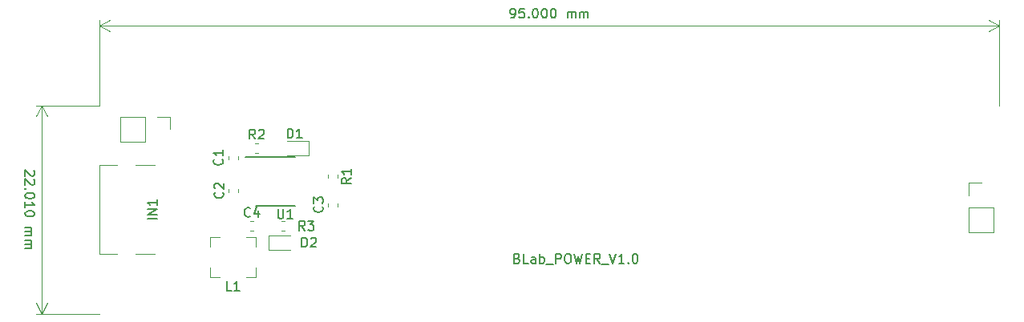
<source format=gbr>
G04 #@! TF.GenerationSoftware,KiCad,Pcbnew,(5.1.6)-1*
G04 #@! TF.CreationDate,2020-11-21T14:03:53+08:00*
G04 #@! TF.ProjectId,singlepowerbank2,73696e67-6c65-4706-9f77-657262616e6b,rev?*
G04 #@! TF.SameCoordinates,Original*
G04 #@! TF.FileFunction,Legend,Top*
G04 #@! TF.FilePolarity,Positive*
%FSLAX46Y46*%
G04 Gerber Fmt 4.6, Leading zero omitted, Abs format (unit mm)*
G04 Created by KiCad (PCBNEW (5.1.6)-1) date 2020-11-21 14:03:53*
%MOMM*%
%LPD*%
G01*
G04 APERTURE LIST*
%ADD10C,0.150000*%
%ADD11C,0.120000*%
G04 APERTURE END LIST*
D10*
X104526533Y-154157371D02*
X104669390Y-154204990D01*
X104717009Y-154252609D01*
X104764628Y-154347847D01*
X104764628Y-154490704D01*
X104717009Y-154585942D01*
X104669390Y-154633561D01*
X104574152Y-154681180D01*
X104193200Y-154681180D01*
X104193200Y-153681180D01*
X104526533Y-153681180D01*
X104621771Y-153728800D01*
X104669390Y-153776419D01*
X104717009Y-153871657D01*
X104717009Y-153966895D01*
X104669390Y-154062133D01*
X104621771Y-154109752D01*
X104526533Y-154157371D01*
X104193200Y-154157371D01*
X105669390Y-154681180D02*
X105193200Y-154681180D01*
X105193200Y-153681180D01*
X106431295Y-154681180D02*
X106431295Y-154157371D01*
X106383676Y-154062133D01*
X106288438Y-154014514D01*
X106097961Y-154014514D01*
X106002723Y-154062133D01*
X106431295Y-154633561D02*
X106336057Y-154681180D01*
X106097961Y-154681180D01*
X106002723Y-154633561D01*
X105955104Y-154538323D01*
X105955104Y-154443085D01*
X106002723Y-154347847D01*
X106097961Y-154300228D01*
X106336057Y-154300228D01*
X106431295Y-154252609D01*
X106907485Y-154681180D02*
X106907485Y-153681180D01*
X106907485Y-154062133D02*
X107002723Y-154014514D01*
X107193200Y-154014514D01*
X107288438Y-154062133D01*
X107336057Y-154109752D01*
X107383676Y-154204990D01*
X107383676Y-154490704D01*
X107336057Y-154585942D01*
X107288438Y-154633561D01*
X107193200Y-154681180D01*
X107002723Y-154681180D01*
X106907485Y-154633561D01*
X107574152Y-154776419D02*
X108336057Y-154776419D01*
X108574152Y-154681180D02*
X108574152Y-153681180D01*
X108955104Y-153681180D01*
X109050342Y-153728800D01*
X109097961Y-153776419D01*
X109145580Y-153871657D01*
X109145580Y-154014514D01*
X109097961Y-154109752D01*
X109050342Y-154157371D01*
X108955104Y-154204990D01*
X108574152Y-154204990D01*
X109764628Y-153681180D02*
X109955104Y-153681180D01*
X110050342Y-153728800D01*
X110145580Y-153824038D01*
X110193200Y-154014514D01*
X110193200Y-154347847D01*
X110145580Y-154538323D01*
X110050342Y-154633561D01*
X109955104Y-154681180D01*
X109764628Y-154681180D01*
X109669390Y-154633561D01*
X109574152Y-154538323D01*
X109526533Y-154347847D01*
X109526533Y-154014514D01*
X109574152Y-153824038D01*
X109669390Y-153728800D01*
X109764628Y-153681180D01*
X110526533Y-153681180D02*
X110764628Y-154681180D01*
X110955104Y-153966895D01*
X111145580Y-154681180D01*
X111383676Y-153681180D01*
X111764628Y-154157371D02*
X112097961Y-154157371D01*
X112240819Y-154681180D02*
X111764628Y-154681180D01*
X111764628Y-153681180D01*
X112240819Y-153681180D01*
X113240819Y-154681180D02*
X112907485Y-154204990D01*
X112669390Y-154681180D02*
X112669390Y-153681180D01*
X113050342Y-153681180D01*
X113145580Y-153728800D01*
X113193200Y-153776419D01*
X113240819Y-153871657D01*
X113240819Y-154014514D01*
X113193200Y-154109752D01*
X113145580Y-154157371D01*
X113050342Y-154204990D01*
X112669390Y-154204990D01*
X113431295Y-154776419D02*
X114193200Y-154776419D01*
X114288438Y-153681180D02*
X114621771Y-154681180D01*
X114955104Y-153681180D01*
X115812247Y-154681180D02*
X115240819Y-154681180D01*
X115526533Y-154681180D02*
X115526533Y-153681180D01*
X115431295Y-153824038D01*
X115336057Y-153919276D01*
X115240819Y-153966895D01*
X116240819Y-154585942D02*
X116288438Y-154633561D01*
X116240819Y-154681180D01*
X116193200Y-154633561D01*
X116240819Y-154585942D01*
X116240819Y-154681180D01*
X116907485Y-153681180D02*
X117002723Y-153681180D01*
X117097961Y-153728800D01*
X117145580Y-153776419D01*
X117193200Y-153871657D01*
X117240819Y-154062133D01*
X117240819Y-154300228D01*
X117193200Y-154490704D01*
X117145580Y-154585942D01*
X117097961Y-154633561D01*
X117002723Y-154681180D01*
X116907485Y-154681180D01*
X116812247Y-154633561D01*
X116764628Y-154585942D01*
X116717009Y-154490704D01*
X116669390Y-154300228D01*
X116669390Y-154062133D01*
X116717009Y-153871657D01*
X116764628Y-153776419D01*
X116812247Y-153728800D01*
X116907485Y-153681180D01*
X53454950Y-144865299D02*
X53502591Y-144912897D01*
X53550253Y-145008113D01*
X53550361Y-145246208D01*
X53502786Y-145341468D01*
X53455188Y-145389109D01*
X53359972Y-145436771D01*
X53264734Y-145436814D01*
X53121855Y-145389260D01*
X52550167Y-144818091D01*
X52550448Y-145437139D01*
X53455383Y-145817680D02*
X53503024Y-145865278D01*
X53550686Y-145960494D01*
X53550794Y-146198589D01*
X53503218Y-146293849D01*
X53455621Y-146341490D01*
X53360404Y-146389152D01*
X53265166Y-146389195D01*
X53122288Y-146341641D01*
X52550599Y-145770472D01*
X52550881Y-146389520D01*
X52646313Y-146818048D02*
X52598716Y-146865688D01*
X52551075Y-146818091D01*
X52598673Y-146770450D01*
X52646313Y-146818048D01*
X52551075Y-146818091D01*
X53551378Y-147484303D02*
X53551421Y-147579541D01*
X53503846Y-147674801D01*
X53456248Y-147722442D01*
X53361032Y-147770104D01*
X53170577Y-147817810D01*
X52932482Y-147817918D01*
X52741984Y-147770385D01*
X52646725Y-147722810D01*
X52599084Y-147675212D01*
X52551422Y-147579996D01*
X52551378Y-147484758D01*
X52598954Y-147389498D01*
X52646551Y-147341857D01*
X52741768Y-147294195D01*
X52932222Y-147246489D01*
X53170318Y-147246381D01*
X53360815Y-147293914D01*
X53456075Y-147341489D01*
X53503716Y-147389087D01*
X53551378Y-147484303D01*
X52551962Y-148770472D02*
X52551703Y-148199043D01*
X52551833Y-148484758D02*
X53551833Y-148484303D01*
X53408932Y-148389130D01*
X53313651Y-148293935D01*
X53265988Y-148198719D01*
X53552244Y-149389065D02*
X53552287Y-149484303D01*
X53504711Y-149579563D01*
X53457114Y-149627204D01*
X53361897Y-149674866D01*
X53171443Y-149722571D01*
X52933347Y-149722680D01*
X52742850Y-149675147D01*
X52647590Y-149627571D01*
X52599949Y-149579974D01*
X52552287Y-149484757D01*
X52552244Y-149389519D01*
X52599819Y-149294260D01*
X52647417Y-149246619D01*
X52742633Y-149198957D01*
X52933088Y-149151251D01*
X53171183Y-149151143D01*
X53361681Y-149198675D01*
X53456941Y-149246251D01*
X53504581Y-149293849D01*
X53552244Y-149389065D01*
X52552936Y-150913329D02*
X53219603Y-150913026D01*
X53124365Y-150913069D02*
X53172005Y-150960667D01*
X53219668Y-151055883D01*
X53219732Y-151198740D01*
X53172157Y-151294000D01*
X53076940Y-151341662D01*
X52553131Y-151341900D01*
X53076940Y-151341662D02*
X53172200Y-151389238D01*
X53219862Y-151484454D01*
X53219927Y-151627311D01*
X53172351Y-151722571D01*
X53077135Y-151770234D01*
X52553325Y-151770472D01*
X52553542Y-152246662D02*
X53220208Y-152246359D01*
X53124970Y-152246402D02*
X53172611Y-152294000D01*
X53220273Y-152389216D01*
X53220338Y-152532073D01*
X53172762Y-152627333D01*
X53077546Y-152674995D01*
X52553737Y-152675233D01*
X53077546Y-152674995D02*
X53172806Y-152722571D01*
X53220468Y-152817788D01*
X53220533Y-152960645D01*
X53172957Y-153055904D01*
X53077741Y-153103567D01*
X52553931Y-153103805D01*
D11*
X54269452Y-138002785D02*
X54279452Y-160012785D01*
X60400000Y-138000000D02*
X53683031Y-138003052D01*
X60410000Y-160010000D02*
X53693031Y-160013052D01*
X54279452Y-160012785D02*
X53692520Y-158886548D01*
X54279452Y-160012785D02*
X54865361Y-158886015D01*
X54269452Y-138002785D02*
X53683543Y-139129555D01*
X54269452Y-138002785D02*
X54856384Y-139129022D01*
D10*
X103852380Y-128752380D02*
X104042857Y-128752380D01*
X104138095Y-128704761D01*
X104185714Y-128657142D01*
X104280952Y-128514285D01*
X104328571Y-128323809D01*
X104328571Y-127942857D01*
X104280952Y-127847619D01*
X104233333Y-127800000D01*
X104138095Y-127752380D01*
X103947619Y-127752380D01*
X103852380Y-127800000D01*
X103804761Y-127847619D01*
X103757142Y-127942857D01*
X103757142Y-128180952D01*
X103804761Y-128276190D01*
X103852380Y-128323809D01*
X103947619Y-128371428D01*
X104138095Y-128371428D01*
X104233333Y-128323809D01*
X104280952Y-128276190D01*
X104328571Y-128180952D01*
X105233333Y-127752380D02*
X104757142Y-127752380D01*
X104709523Y-128228571D01*
X104757142Y-128180952D01*
X104852380Y-128133333D01*
X105090476Y-128133333D01*
X105185714Y-128180952D01*
X105233333Y-128228571D01*
X105280952Y-128323809D01*
X105280952Y-128561904D01*
X105233333Y-128657142D01*
X105185714Y-128704761D01*
X105090476Y-128752380D01*
X104852380Y-128752380D01*
X104757142Y-128704761D01*
X104709523Y-128657142D01*
X105709523Y-128657142D02*
X105757142Y-128704761D01*
X105709523Y-128752380D01*
X105661904Y-128704761D01*
X105709523Y-128657142D01*
X105709523Y-128752380D01*
X106376190Y-127752380D02*
X106471428Y-127752380D01*
X106566666Y-127800000D01*
X106614285Y-127847619D01*
X106661904Y-127942857D01*
X106709523Y-128133333D01*
X106709523Y-128371428D01*
X106661904Y-128561904D01*
X106614285Y-128657142D01*
X106566666Y-128704761D01*
X106471428Y-128752380D01*
X106376190Y-128752380D01*
X106280952Y-128704761D01*
X106233333Y-128657142D01*
X106185714Y-128561904D01*
X106138095Y-128371428D01*
X106138095Y-128133333D01*
X106185714Y-127942857D01*
X106233333Y-127847619D01*
X106280952Y-127800000D01*
X106376190Y-127752380D01*
X107328571Y-127752380D02*
X107423809Y-127752380D01*
X107519047Y-127800000D01*
X107566666Y-127847619D01*
X107614285Y-127942857D01*
X107661904Y-128133333D01*
X107661904Y-128371428D01*
X107614285Y-128561904D01*
X107566666Y-128657142D01*
X107519047Y-128704761D01*
X107423809Y-128752380D01*
X107328571Y-128752380D01*
X107233333Y-128704761D01*
X107185714Y-128657142D01*
X107138095Y-128561904D01*
X107090476Y-128371428D01*
X107090476Y-128133333D01*
X107138095Y-127942857D01*
X107185714Y-127847619D01*
X107233333Y-127800000D01*
X107328571Y-127752380D01*
X108280952Y-127752380D02*
X108376190Y-127752380D01*
X108471428Y-127800000D01*
X108519047Y-127847619D01*
X108566666Y-127942857D01*
X108614285Y-128133333D01*
X108614285Y-128371428D01*
X108566666Y-128561904D01*
X108519047Y-128657142D01*
X108471428Y-128704761D01*
X108376190Y-128752380D01*
X108280952Y-128752380D01*
X108185714Y-128704761D01*
X108138095Y-128657142D01*
X108090476Y-128561904D01*
X108042857Y-128371428D01*
X108042857Y-128133333D01*
X108090476Y-127942857D01*
X108138095Y-127847619D01*
X108185714Y-127800000D01*
X108280952Y-127752380D01*
X109804761Y-128752380D02*
X109804761Y-128085714D01*
X109804761Y-128180952D02*
X109852380Y-128133333D01*
X109947619Y-128085714D01*
X110090476Y-128085714D01*
X110185714Y-128133333D01*
X110233333Y-128228571D01*
X110233333Y-128752380D01*
X110233333Y-128228571D02*
X110280952Y-128133333D01*
X110376190Y-128085714D01*
X110519047Y-128085714D01*
X110614285Y-128133333D01*
X110661904Y-128228571D01*
X110661904Y-128752380D01*
X111138095Y-128752380D02*
X111138095Y-128085714D01*
X111138095Y-128180952D02*
X111185714Y-128133333D01*
X111280952Y-128085714D01*
X111423809Y-128085714D01*
X111519047Y-128133333D01*
X111566666Y-128228571D01*
X111566666Y-128752380D01*
X111566666Y-128228571D02*
X111614285Y-128133333D01*
X111709523Y-128085714D01*
X111852380Y-128085714D01*
X111947619Y-128133333D01*
X111995238Y-128228571D01*
X111995238Y-128752380D01*
D11*
X60400000Y-129570000D02*
X155400000Y-129570000D01*
X60400000Y-138000000D02*
X60400000Y-128983579D01*
X155400000Y-138000000D02*
X155400000Y-128983579D01*
X155400000Y-129570000D02*
X154273496Y-130156421D01*
X155400000Y-129570000D02*
X154273496Y-128983579D01*
X60400000Y-129570000D02*
X61526504Y-130156421D01*
X60400000Y-129570000D02*
X61526504Y-128983579D01*
X72115000Y-156110000D02*
X73140000Y-156110000D01*
X76885000Y-156110000D02*
X75860000Y-156110000D01*
X72115000Y-156110000D02*
X72115000Y-155085000D01*
X76885000Y-156110000D02*
X76885000Y-155085000D01*
X76885000Y-151890000D02*
X76885000Y-152915000D01*
X76885000Y-151890000D02*
X75860000Y-151890000D01*
X72115000Y-151890000D02*
X73140000Y-151890000D01*
X72115000Y-151890000D02*
X72115000Y-152915000D01*
X78265000Y-153235000D02*
X80550000Y-153235000D01*
X78265000Y-151765000D02*
X78265000Y-153235000D01*
X80550000Y-151765000D02*
X78265000Y-151765000D01*
X79624721Y-151260000D02*
X79950279Y-151260000D01*
X79624721Y-150240000D02*
X79950279Y-150240000D01*
X76337221Y-151260000D02*
X76662779Y-151260000D01*
X76337221Y-150240000D02*
X76662779Y-150240000D01*
X152170000Y-151370000D02*
X154830000Y-151370000D01*
X152170000Y-148770000D02*
X152170000Y-151370000D01*
X154830000Y-148770000D02*
X154830000Y-151370000D01*
X152170000Y-148770000D02*
X154830000Y-148770000D01*
X152170000Y-147500000D02*
X152170000Y-146170000D01*
X152170000Y-146170000D02*
X153500000Y-146170000D01*
X67830000Y-139170000D02*
X67830000Y-140500000D01*
X66500000Y-139170000D02*
X67830000Y-139170000D01*
X65230000Y-139170000D02*
X65230000Y-141830000D01*
X65230000Y-141830000D02*
X62630000Y-141830000D01*
X65230000Y-139170000D02*
X62630000Y-139170000D01*
X62630000Y-139170000D02*
X62630000Y-141830000D01*
X84490000Y-148662779D02*
X84490000Y-148337221D01*
X85510000Y-148662779D02*
X85510000Y-148337221D01*
D10*
X76925000Y-148575000D02*
X81075000Y-148575000D01*
X75825000Y-143425000D02*
X81075000Y-143425000D01*
D11*
X76837221Y-143010000D02*
X77162779Y-143010000D01*
X76837221Y-141990000D02*
X77162779Y-141990000D01*
X85510000Y-145662779D02*
X85510000Y-145337221D01*
X84490000Y-145662779D02*
X84490000Y-145337221D01*
X82485000Y-141765000D02*
X80200000Y-141765000D01*
X82485000Y-143235000D02*
X82485000Y-141765000D01*
X80200000Y-143235000D02*
X82485000Y-143235000D01*
X75010000Y-147162779D02*
X75010000Y-146837221D01*
X73990000Y-147162779D02*
X73990000Y-146837221D01*
X73990000Y-143337221D02*
X73990000Y-143662779D01*
X75010000Y-143337221D02*
X75010000Y-143662779D01*
X60400000Y-144300000D02*
X60400000Y-153700000D01*
X66200000Y-153700000D02*
X64200000Y-153700000D01*
X62300000Y-153700000D02*
X60400000Y-153700000D01*
X66200000Y-144300000D02*
X64200000Y-144300000D01*
X62300000Y-144300000D02*
X60400000Y-144300000D01*
D10*
X74333333Y-157552380D02*
X73857142Y-157552380D01*
X73857142Y-156552380D01*
X75190476Y-157552380D02*
X74619047Y-157552380D01*
X74904761Y-157552380D02*
X74904761Y-156552380D01*
X74809523Y-156695238D01*
X74714285Y-156790476D01*
X74619047Y-156838095D01*
X81761904Y-152952380D02*
X81761904Y-151952380D01*
X82000000Y-151952380D01*
X82142857Y-152000000D01*
X82238095Y-152095238D01*
X82285714Y-152190476D01*
X82333333Y-152380952D01*
X82333333Y-152523809D01*
X82285714Y-152714285D01*
X82238095Y-152809523D01*
X82142857Y-152904761D01*
X82000000Y-152952380D01*
X81761904Y-152952380D01*
X82714285Y-152047619D02*
X82761904Y-152000000D01*
X82857142Y-151952380D01*
X83095238Y-151952380D01*
X83190476Y-152000000D01*
X83238095Y-152047619D01*
X83285714Y-152142857D01*
X83285714Y-152238095D01*
X83238095Y-152380952D01*
X82666666Y-152952380D01*
X83285714Y-152952380D01*
X82083333Y-151202380D02*
X81750000Y-150726190D01*
X81511904Y-151202380D02*
X81511904Y-150202380D01*
X81892857Y-150202380D01*
X81988095Y-150250000D01*
X82035714Y-150297619D01*
X82083333Y-150392857D01*
X82083333Y-150535714D01*
X82035714Y-150630952D01*
X81988095Y-150678571D01*
X81892857Y-150726190D01*
X81511904Y-150726190D01*
X82416666Y-150202380D02*
X83035714Y-150202380D01*
X82702380Y-150583333D01*
X82845238Y-150583333D01*
X82940476Y-150630952D01*
X82988095Y-150678571D01*
X83035714Y-150773809D01*
X83035714Y-151011904D01*
X82988095Y-151107142D01*
X82940476Y-151154761D01*
X82845238Y-151202380D01*
X82559523Y-151202380D01*
X82464285Y-151154761D01*
X82416666Y-151107142D01*
X76333333Y-149677142D02*
X76285714Y-149724761D01*
X76142857Y-149772380D01*
X76047619Y-149772380D01*
X75904761Y-149724761D01*
X75809523Y-149629523D01*
X75761904Y-149534285D01*
X75714285Y-149343809D01*
X75714285Y-149200952D01*
X75761904Y-149010476D01*
X75809523Y-148915238D01*
X75904761Y-148820000D01*
X76047619Y-148772380D01*
X76142857Y-148772380D01*
X76285714Y-148820000D01*
X76333333Y-148867619D01*
X77190476Y-149105714D02*
X77190476Y-149772380D01*
X76952380Y-148724761D02*
X76714285Y-149439047D01*
X77333333Y-149439047D01*
X83927142Y-148666666D02*
X83974761Y-148714285D01*
X84022380Y-148857142D01*
X84022380Y-148952380D01*
X83974761Y-149095238D01*
X83879523Y-149190476D01*
X83784285Y-149238095D01*
X83593809Y-149285714D01*
X83450952Y-149285714D01*
X83260476Y-149238095D01*
X83165238Y-149190476D01*
X83070000Y-149095238D01*
X83022380Y-148952380D01*
X83022380Y-148857142D01*
X83070000Y-148714285D01*
X83117619Y-148666666D01*
X83022380Y-148333333D02*
X83022380Y-147714285D01*
X83403333Y-148047619D01*
X83403333Y-147904761D01*
X83450952Y-147809523D01*
X83498571Y-147761904D01*
X83593809Y-147714285D01*
X83831904Y-147714285D01*
X83927142Y-147761904D01*
X83974761Y-147809523D01*
X84022380Y-147904761D01*
X84022380Y-148190476D01*
X83974761Y-148285714D01*
X83927142Y-148333333D01*
X79238095Y-148952380D02*
X79238095Y-149761904D01*
X79285714Y-149857142D01*
X79333333Y-149904761D01*
X79428571Y-149952380D01*
X79619047Y-149952380D01*
X79714285Y-149904761D01*
X79761904Y-149857142D01*
X79809523Y-149761904D01*
X79809523Y-148952380D01*
X80809523Y-149952380D02*
X80238095Y-149952380D01*
X80523809Y-149952380D02*
X80523809Y-148952380D01*
X80428571Y-149095238D01*
X80333333Y-149190476D01*
X80238095Y-149238095D01*
X76833333Y-141522380D02*
X76500000Y-141046190D01*
X76261904Y-141522380D02*
X76261904Y-140522380D01*
X76642857Y-140522380D01*
X76738095Y-140570000D01*
X76785714Y-140617619D01*
X76833333Y-140712857D01*
X76833333Y-140855714D01*
X76785714Y-140950952D01*
X76738095Y-140998571D01*
X76642857Y-141046190D01*
X76261904Y-141046190D01*
X77214285Y-140617619D02*
X77261904Y-140570000D01*
X77357142Y-140522380D01*
X77595238Y-140522380D01*
X77690476Y-140570000D01*
X77738095Y-140617619D01*
X77785714Y-140712857D01*
X77785714Y-140808095D01*
X77738095Y-140950952D01*
X77166666Y-141522380D01*
X77785714Y-141522380D01*
X86952380Y-145666666D02*
X86476190Y-146000000D01*
X86952380Y-146238095D02*
X85952380Y-146238095D01*
X85952380Y-145857142D01*
X86000000Y-145761904D01*
X86047619Y-145714285D01*
X86142857Y-145666666D01*
X86285714Y-145666666D01*
X86380952Y-145714285D01*
X86428571Y-145761904D01*
X86476190Y-145857142D01*
X86476190Y-146238095D01*
X86952380Y-144714285D02*
X86952380Y-145285714D01*
X86952380Y-145000000D02*
X85952380Y-145000000D01*
X86095238Y-145095238D01*
X86190476Y-145190476D01*
X86238095Y-145285714D01*
X80261904Y-141452380D02*
X80261904Y-140452380D01*
X80500000Y-140452380D01*
X80642857Y-140500000D01*
X80738095Y-140595238D01*
X80785714Y-140690476D01*
X80833333Y-140880952D01*
X80833333Y-141023809D01*
X80785714Y-141214285D01*
X80738095Y-141309523D01*
X80642857Y-141404761D01*
X80500000Y-141452380D01*
X80261904Y-141452380D01*
X81785714Y-141452380D02*
X81214285Y-141452380D01*
X81500000Y-141452380D02*
X81500000Y-140452380D01*
X81404761Y-140595238D01*
X81309523Y-140690476D01*
X81214285Y-140738095D01*
X73427142Y-147166666D02*
X73474761Y-147214285D01*
X73522380Y-147357142D01*
X73522380Y-147452380D01*
X73474761Y-147595238D01*
X73379523Y-147690476D01*
X73284285Y-147738095D01*
X73093809Y-147785714D01*
X72950952Y-147785714D01*
X72760476Y-147738095D01*
X72665238Y-147690476D01*
X72570000Y-147595238D01*
X72522380Y-147452380D01*
X72522380Y-147357142D01*
X72570000Y-147214285D01*
X72617619Y-147166666D01*
X72617619Y-146785714D02*
X72570000Y-146738095D01*
X72522380Y-146642857D01*
X72522380Y-146404761D01*
X72570000Y-146309523D01*
X72617619Y-146261904D01*
X72712857Y-146214285D01*
X72808095Y-146214285D01*
X72950952Y-146261904D01*
X73522380Y-146833333D01*
X73522380Y-146214285D01*
X73357142Y-143666666D02*
X73404761Y-143714285D01*
X73452380Y-143857142D01*
X73452380Y-143952380D01*
X73404761Y-144095238D01*
X73309523Y-144190476D01*
X73214285Y-144238095D01*
X73023809Y-144285714D01*
X72880952Y-144285714D01*
X72690476Y-144238095D01*
X72595238Y-144190476D01*
X72500000Y-144095238D01*
X72452380Y-143952380D01*
X72452380Y-143857142D01*
X72500000Y-143714285D01*
X72547619Y-143666666D01*
X73452380Y-142714285D02*
X73452380Y-143285714D01*
X73452380Y-143000000D02*
X72452380Y-143000000D01*
X72595238Y-143095238D01*
X72690476Y-143190476D01*
X72738095Y-143285714D01*
X66452380Y-150000000D02*
X65452380Y-150000000D01*
X66452380Y-149523809D02*
X65452380Y-149523809D01*
X66452380Y-148952380D01*
X65452380Y-148952380D01*
X66452380Y-147952380D02*
X66452380Y-148523809D01*
X66452380Y-148238095D02*
X65452380Y-148238095D01*
X65595238Y-148333333D01*
X65690476Y-148428571D01*
X65738095Y-148523809D01*
M02*

</source>
